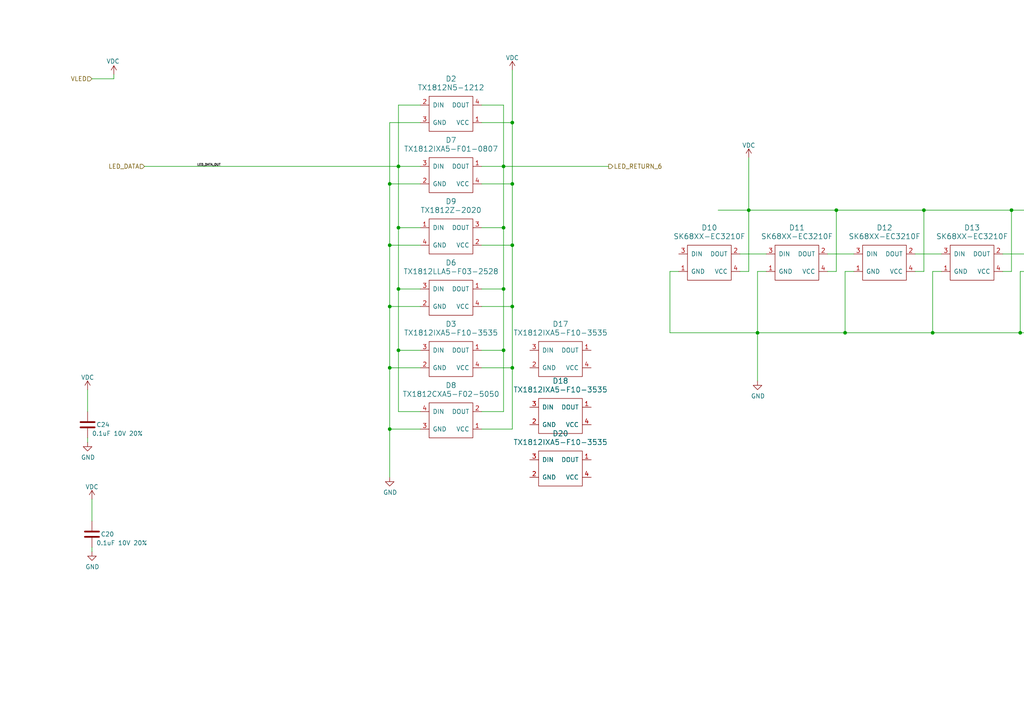
<source format=kicad_sch>
(kicad_sch (version 20231120) (generator "eeschema") (generator_version "8.0")
  (paper "A4")
  (title_block (title "Pixels D6 Schematic, Main") (date "2022-08-26") (rev "3") (company "Systemic Games, LLC") (comment 1 "LED Chain"))
  (lib_symbols
    (symbol "Device:C" (pin_numbers hide) (pin_names (offset 0.254))
      (property "Reference" "C" (at 0.635 2.54 0))
      (property "Value" "C" (at 0.635 -2.54 0))
      (symbol "C_0_1"
        (polyline (pts (xy -2.032 -0.762) (xy 2.032 -0.762)) (stroke (width 0.508)))
        (polyline (pts (xy -2.032 0.762) (xy 2.032 0.762)) (stroke (width 0.508)))
      )
      (symbol "C_1_1"
        (pin passive line (at 0 3.81 270) (length 2.794) (name "~") (number "1"))
        (pin passive line (at 0 -3.81 90) (length 2.794) (name "~") (number "2"))
      )
    )
    (symbol "Pixels-dice:SK68XX-EC3210F" (pin_names (offset 1.016))
      (property "Reference" "D" (at 0 -6.35 0))
      (property "Value" "SK68XX-EC3210F" (at 0 6.35 0))
      (symbol "SK68XX-EC3210F_0_1"
        (rectangle (start -6.35 5.08) (end 6.35 -5.08))
      )
      (symbol "SK68XX-EC3210F_1_1"
        (pin power_in line (at -8.89 -2.54 0) (length 2.54) (name "GND") (number "1"))
        (pin output line (at 8.89 2.54 180) (length 2.54) (name "DOUT") (number "2"))
        (pin input line (at -8.89 2.54 0) (length 2.54) (name "DIN") (number "3"))
        (pin power_in line (at 8.89 -2.54 180) (length 2.54) (name "VCC") (number "4"))
      )
    )
    (symbol "Pixels-dice:TX1812CXA5-F02-5050" (pin_names (offset 1.016))
      (property "Reference" "D" (at 0 -6.35 0))
      (property "Value" "TX1812CXA5-F02-5050" (at 0 6.35 0))
      (symbol "TX1812CXA5-F02-5050_0_1"
        (rectangle (start -6.35 5.08) (end 6.35 -5.08))
      )
      (symbol "TX1812CXA5-F02-5050_1_1"
        (pin power_in line (at 8.89 -2.54 180) (length 2.54) (name "VCC") (number "1"))
        (pin output line (at 8.89 2.54 180) (length 2.54) (name "DOUT") (number "2"))
        (pin power_in line (at -8.89 -2.54 0) (length 2.54) (name "GND") (number "3"))
        (pin input line (at -8.89 2.54 0) (length 2.54) (name "DIN") (number "4"))
      )
    )
    (symbol "Pixels-dice:TX1812IXA5-F01-0807" (pin_names (offset 1.016))
      (property "Reference" "D" (at 0 -6.35 0))
      (property "Value" "TX1812LLA5-F03-2528" (at 0 6.35 0))
      (symbol "TX1812IXA5-F01-0807_0_1"
        (rectangle (start -6.35 5.08) (end 6.35 -5.08))
      )
      (symbol "TX1812IXA5-F01-0807_1_1"
        (pin output line (at 8.89 2.54 180) (length 2.54) (name "DOUT") (number "1"))
        (pin power_in line (at -8.89 -2.54 0) (length 2.54) (name "GND") (number "2"))
        (pin input line (at -8.89 2.54 0) (length 2.54) (name "DIN") (number "3"))
        (pin power_in line (at 8.89 -2.54 180) (length 2.54) (name "VCC") (number "4"))
      )
    )
    (symbol "Pixels-dice:TX1812N5-1212" (pin_names (offset 1.016))
      (property "Reference" "D" (at 0 -6.35 0))
      (property "Value" "TX1812N5-1212" (at 0 6.35 0))
      (symbol "TX1812N5-1212_0_1"
        (rectangle (start -6.35 5.08) (end 6.35 -5.08))
      )
      (symbol "TX1812N5-1212_1_1"
        (pin power_in line (at 8.89 -2.54 180) (length 2.54) (name "VCC") (number "1"))
        (pin input line (at -8.89 2.54 0) (length 2.54) (name "DIN") (number "2"))
        (pin power_in line (at -8.89 -2.54 0) (length 2.54) (name "GND") (number "3"))
        (pin output line (at 8.89 2.54 180) (length 2.54) (name "DOUT") (number "4"))
      )
    )
    (symbol "Pixels-dice:TX1812Z_2020" (pin_names (offset 1.016))
      (property "Reference" "D" (at 0 -6.35 0))
      (property "Value" "TX1812Z-2020" (at 0 6.35 0))
      (symbol "TX1812Z_2020_0_1"
        (rectangle (start -6.35 5.08) (end 6.35 -5.08))
      )
      (symbol "TX1812Z_2020_1_1"
        (pin input line (at -8.89 2.54 0) (length 2.54) (name "DIN") (number "1"))
        (pin power_in line (at 8.89 -2.54 180) (length 2.54) (name "VCC") (number "2"))
        (pin output line (at 8.89 2.54 180) (length 2.54) (name "DOUT") (number "3"))
        (pin power_in line (at -8.89 -2.54 0) (length 2.54) (name "GND") (number "4"))
      )
    )
    (symbol "TX1812IXA5-F01-0807_1" (pin_names (offset 1.016))
      (property "Reference" "D" (at 0 -6.35 0))
      (property "Value" "TX1812IXA5-F10-3535" (at 0 6.35 0))
      (symbol "TX1812IXA5-F01-0807_1_0_1"
        (rectangle (start -6.35 5.08) (end 6.35 -5.08))
      )
      (symbol "TX1812IXA5-F01-0807_1_1_1"
        (pin output line (at 8.89 2.54 180) (length 2.54) (name "DOUT") (number "1"))
        (pin power_in line (at -8.89 -2.54 0) (length 2.54) (name "GND") (number "2"))
        (pin input line (at -8.89 2.54 0) (length 2.54) (name "DIN") (number "3"))
        (pin power_in line (at 8.89 -2.54 180) (length 2.54) (name "VCC") (number "4"))
      )
    )
    (symbol "TX1812IXA5-F01-0807_2" (pin_names (offset 1.016))
      (property "Reference" "D" (at 0 -6.35 0))
      (property "Value" "TX1812IXA5-F01-0807" (at 0 6.35 0))
      (symbol "TX1812IXA5-F01-0807_2_0_1"
        (rectangle (start -6.35 5.08) (end 6.35 -5.08))
      )
      (symbol "TX1812IXA5-F01-0807_2_1_1"
        (pin output line (at 8.89 2.54 180) (length 2.54) (name "DOUT") (number "1"))
        (pin power_in line (at -8.89 -2.54 0) (length 2.54) (name "GND") (number "2"))
        (pin input line (at -8.89 2.54 0) (length 2.54) (name "DIN") (number "3"))
        (pin power_in line (at 8.89 -2.54 180) (length 2.54) (name "VCC") (number "4"))
      )
    )
    (symbol "power:GND" (power) (pin_names (offset 0))
      (property "Value" "GND" (at 0 -3.81 0))
      (symbol "GND_0_1"
        (polyline (pts (xy 0 0) (xy 0 -1.27) (xy 1.27 -1.27) (xy 0 -2.54) (xy -1.27 -1.27) (xy 0 -1.27)))
      )
      (symbol "GND_1_1"
        (pin power_in line (at 0 0 270) (length 0) hide (name "GND") (number "1"))
      )
    )
    (symbol "power:VDC" (power) (pin_names (offset 0))
      (property "Value" "VDC" (at 0 6.35 0))
      (symbol "VDC_0_1"
        (polyline (pts (xy -0.762 1.27) (xy 0 2.54)))
        (polyline (pts (xy 0 0) (xy 0 2.54)))
        (polyline (pts (xy 0 2.54) (xy 0.762 1.27)))
      )
      (symbol "VDC_1_1"
        (pin power_in line (at 0 0 90) (length 0) hide (name "VDC") (number "1"))
      )
    )
  )
  (junction (at 113.03 124.46))
  (junction (at 148.59 35.56))
  (junction (at 113.03 106.68))
  (junction (at 242.57 60.96))
  (junction (at 217.17 60.96))
  (junction (at 148.59 71.12))
  (junction (at 115.57 48.26))
  (junction (at 113.03 71.12))
  (junction (at 295.91 96.52))
  (junction (at 113.03 88.9))
  (junction (at 146.05 83.82))
  (junction (at 245.11 96.52))
  (junction (at 148.59 106.68))
  (junction (at 146.05 101.6))
  (junction (at 115.57 66.04))
  (junction (at 293.37 60.96))
  (junction (at 115.57 101.6))
  (junction (at 148.59 53.34))
  (junction (at 219.71 96.52))
  (junction (at 115.57 83.82))
  (junction (at 270.51 96.52))
  (junction (at 318.77 60.96))
  (junction (at 148.59 88.9))
  (junction (at 146.05 48.26))
  (junction (at 113.03 53.34))
  (junction (at 146.05 66.04))
  (junction (at 267.97 60.96))
  (wire (pts (xy 115.57 66.04) (xy 115.57 83.82)))
  (wire (pts (xy 139.7 53.34) (xy 148.59 53.34)))
  (wire (pts (xy 293.37 78.74) (xy 290.83 78.74)))
  (wire (pts (xy 121.92 30.48) (xy 115.57 30.48)))
  (wire (pts (xy 265.43 73.66) (xy 273.05 73.66)))
  (wire (pts (xy 113.03 71.12) (xy 113.03 88.9)))
  (wire (pts (xy 148.59 124.46) (xy 139.7 124.46)))
  (wire (pts (xy 194.31 96.52) (xy 219.71 96.52)))
  (wire (pts (xy 113.03 106.68) (xy 113.03 124.46)))
  (wire (pts (xy 139.7 30.48) (xy 146.05 30.48)))
  (wire (pts (xy 115.57 83.82) (xy 115.57 101.6)))
  (wire (pts (xy 217.17 60.96) (xy 217.17 45.72)))
  (wire (pts (xy 115.57 48.26) (xy 121.92 48.26)))
  (wire (pts (xy 318.77 60.96) (xy 344.17 60.96)))
  (wire (pts (xy 113.03 88.9) (xy 113.03 106.68)))
  (wire (pts (xy 344.17 78.74) (xy 341.63 78.74)))
  (wire (pts (xy 146.05 66.04) (xy 146.05 83.82)))
  (wire (pts (xy 115.57 83.82) (xy 121.92 83.82)))
  (wire (pts (xy 146.05 83.82) (xy 146.05 101.6)))
  (wire (pts (xy 146.05 48.26) (xy 146.05 66.04)))
  (wire (pts (xy 148.59 106.68) (xy 139.7 106.68)))
  (wire (pts (xy 115.57 48.26) (xy 115.57 66.04)))
  (wire (pts (xy 139.7 88.9) (xy 148.59 88.9)))
  (wire (pts (xy 146.05 101.6) (xy 146.05 119.38)))
  (wire (pts (xy 148.59 71.12) (xy 148.59 88.9)))
  (wire (pts (xy 148.59 35.56) (xy 148.59 20.32)))
  (wire (pts (xy 318.77 78.74) (xy 316.23 78.74)))
  (wire (pts (xy 316.23 73.66) (xy 323.85 73.66)))
  (wire (pts (xy 26.67 158.75) (xy 26.67 160.02)))
  (wire (pts (xy 196.85 78.74) (xy 194.31 78.74)))
  (wire (pts (xy 115.57 101.6) (xy 115.57 119.38)))
  (wire (pts (xy 115.57 101.6) (xy 121.92 101.6)))
  (wire (pts (xy 295.91 96.52) (xy 321.31 96.52)))
  (wire (pts (xy 148.59 71.12) (xy 139.7 71.12)))
  (wire (pts (xy 208.28 60.96) (xy 217.17 60.96)))
  (wire (pts (xy 115.57 30.48) (xy 115.57 48.26)))
  (wire (pts (xy 113.03 88.9) (xy 121.92 88.9)))
  (wire (pts (xy 139.7 35.56) (xy 148.59 35.56)))
  (wire (pts (xy 240.03 73.66) (xy 247.65 73.66)))
  (wire (pts (xy 113.03 124.46) (xy 113.03 138.43)))
  (wire (pts (xy 33.02 22.86) (xy 33.02 21.59)))
  (wire (pts (xy 242.57 78.74) (xy 240.03 78.74)))
  (wire (pts (xy 26.67 151.13) (xy 26.67 144.78)))
  (wire (pts (xy 295.91 96.52) (xy 295.91 78.74)))
  (wire (pts (xy 146.05 119.38) (xy 139.7 119.38)))
  (wire (pts (xy 148.59 106.68) (xy 148.59 124.46)))
  (wire (pts (xy 113.03 35.56) (xy 113.03 53.34)))
  (wire (pts (xy 113.03 124.46) (xy 121.92 124.46)))
  (wire (pts (xy 41.91 48.26) (xy 115.57 48.26)))
  (wire (pts (xy 146.05 48.26) (xy 176.53 48.26)))
  (wire (pts (xy 219.71 78.74) (xy 222.25 78.74)))
  (wire (pts (xy 121.92 53.34) (xy 113.03 53.34)))
  (wire (pts (xy 270.51 96.52) (xy 295.91 96.52)))
  (wire (pts (xy 146.05 101.6) (xy 139.7 101.6)))
  (wire (pts (xy 121.92 35.56) (xy 113.03 35.56)))
  (wire (pts (xy 139.7 48.26) (xy 146.05 48.26)))
  (wire (pts (xy 242.57 60.96) (xy 242.57 78.74)))
  (wire (pts (xy 115.57 119.38) (xy 121.92 119.38)))
  (wire (pts (xy 267.97 60.96) (xy 267.97 78.74)))
  (wire (pts (xy 217.17 78.74) (xy 217.17 60.96)))
  (wire (pts (xy 219.71 96.52) (xy 245.11 96.52)))
  (wire (pts (xy 321.31 78.74) (xy 323.85 78.74)))
  (wire (pts (xy 148.59 53.34) (xy 148.59 71.12)))
  (wire (pts (xy 321.31 96.52) (xy 321.31 78.74)))
  (wire (pts (xy 113.03 106.68) (xy 121.92 106.68)))
  (wire (pts (xy 270.51 96.52) (xy 270.51 78.74)))
  (wire (pts (xy 219.71 96.52) (xy 219.71 110.49)))
  (wire (pts (xy 245.11 96.52) (xy 270.51 96.52)))
  (wire (pts (xy 219.71 78.74) (xy 219.71 96.52)))
  (wire (pts (xy 344.17 60.96) (xy 344.17 78.74)))
  (wire (pts (xy 113.03 71.12) (xy 121.92 71.12)))
  (wire (pts (xy 115.57 66.04) (xy 121.92 66.04)))
  (wire (pts (xy 217.17 60.96) (xy 242.57 60.96)))
  (wire (pts (xy 139.7 83.82) (xy 146.05 83.82)))
  (wire (pts (xy 267.97 60.96) (xy 293.37 60.96)))
  (wire (pts (xy 270.51 78.74) (xy 273.05 78.74)))
  (wire (pts (xy 295.91 78.74) (xy 298.45 78.74)))
  (wire (pts (xy 148.59 88.9) (xy 148.59 106.68)))
  (wire (pts (xy 245.11 78.74) (xy 247.65 78.74)))
  (wire (pts (xy 214.63 78.74) (xy 217.17 78.74)))
  (wire (pts (xy 318.77 60.96) (xy 318.77 78.74)))
  (wire (pts (xy 214.63 73.66) (xy 222.25 73.66)))
  (wire (pts (xy 25.4 119.38) (xy 25.4 113.03)))
  (wire (pts (xy 290.83 73.66) (xy 298.45 73.66)))
  (wire (pts (xy 242.57 60.96) (xy 267.97 60.96)))
  (wire (pts (xy 267.97 78.74) (xy 265.43 78.74)))
  (wire (pts (xy 146.05 66.04) (xy 139.7 66.04)))
  (wire (pts (xy 194.31 78.74) (xy 194.31 96.52)))
  (wire (pts (xy 26.67 22.86) (xy 33.02 22.86)))
  (wire (pts (xy 293.37 60.96) (xy 318.77 60.96)))
  (wire (pts (xy 25.4 127) (xy 25.4 128.27)))
  (wire (pts (xy 113.03 53.34) (xy 113.03 71.12)))
  (wire (pts (xy 293.37 60.96) (xy 293.37 78.74)))
  (wire (pts (xy 245.11 96.52) (xy 245.11 78.74)))
  (wire (pts (xy 146.05 30.48) (xy 146.05 48.26)))
  (wire (pts (xy 148.59 53.34) (xy 148.59 35.56)))
  (label "LED_DATA_OUT" (at 57.15 48.26 0) (effects (font (size 0.635 0.635))))
  (hierarchical_label "LED_RETURN_6" (shape output) (at 176.53 48.26 0))
  (hierarchical_label "LED_DATA" (shape input) (at 41.91 48.26 180))
  (hierarchical_label "VLED" (shape input) (at 26.67 22.86 180))
  (symbol (lib_id "power:VDC") (at 33.02 21.59 0) (unit 1)
    (property "Reference" "#PWR0102" (effects (hide yes)))
    (property "Value" "VDC" (at 32.766 17.78 0))
  )
  (symbol (lib_id "Pixels-dice:TX1812Z_2020") (at 130.81 68.58 0) (unit 1)
    (property "Reference" "D9" (at 130.81 58.42 0) (effects (font (size 1.524 1.524))))
    (property "Value" "TX1812Z-2020" (at 130.81 60.96 0) (effects (font (size 1.524 1.524))))
    (property "Footprint" "Pixels-dice:TX1812Z_2020" (effects (hide yes)))
  )
  (symbol (lib_id "power:VDC") (at 26.67 144.78 0) (unit 1)
    (property "Reference" "#PWR0114" (effects (hide yes)))
    (property "Value" "VDC" (at 26.67 141.224 0))
  )
  (symbol (lib_id "Pixels-dice:SK68XX-EC3210F") (at 281.94 76.2 0) (unit 1)
    (property "Reference" "D13" (at 281.94 66.04 0) (effects (font (size 1.524 1.524))))
    (property "Value" "SK68XX-EC3210F" (at 281.94 68.58 0) (effects (font (size 1.524 1.524))))
    (property "Footprint" "Pixels-dice:SK68XX-EC3210F-TOPMOUNT" (effects (hide yes)))
  )
  (symbol (lib_id "Pixels-dice:SK68XX-EC3210F") (at 332.74 76.2 0) (unit 1)
    (property "Reference" "D16" (at 332.74 66.04 0) (effects (font (size 1.524 1.524))))
    (property "Value" "SK68XX-EC3210F" (at 332.74 68.58 0) (effects (font (size 1.524 1.524))))
    (property "Footprint" "Pixels-dice:SK68XX-EC3210F-TOPMOUNT" (effects (hide yes)))
  )
  (symbol (lib_id "Device:C") (at 26.67 154.94 0) (unit 1)
    (property "Reference" "C20" (at 29.21 154.94 0) (effects (justify left)))
    (property "Value" "0.1uF 10V 20%" (at 27.94 157.48 0) (effects (justify left)))
    (property "Footprint" "Capacitor_SMD:C_0402_1005Metric" (effects (hide yes)))
    (property "Generic OK" "YES" (effects (hide yes)))
    (property "Pixels Part Number" "SMD-C005" (effects (hide yes)))
    (property "Manufacturer" "Murata" (effects (hide yes)))
    (property "Manufacturer Part Number" "GRM155R61H104KE19D" (effects (hide yes)))
  )
  (symbol (lib_id "Pixels-dice:SK68XX-EC3210F") (at 307.34 76.2 0) (unit 1)
    (property "Reference" "D14" (at 307.34 66.04 0) (effects (font (size 1.524 1.524))))
    (property "Value" "SK68XX-EC3210F" (at 307.34 68.58 0) (effects (font (size 1.524 1.524))))
    (property "Footprint" "Pixels-dice:SK68XX-EC3210F-TOPMOUNT" (effects (hide yes)))
  )
  (symbol (lib_id "power:GND") (at 113.03 138.43 0) (unit 1)
    (property "Reference" "#PWR0138" (effects (hide yes)))
    (property "Value" "GND" (at 113.157 142.8242 0))
  )
  (symbol (lib_id "power:VDC") (at 148.59 20.32 0) (unit 1)
    (property "Reference" "#PWR053" (effects (hide yes)))
    (property "Value" "VDC" (at 148.59 16.764 0))
  )
  (symbol (lib_id "power:GND") (at 219.71 110.49 0) (unit 1)
    (property "Reference" "#PWR017" (effects (hide yes)))
    (property "Value" "GND" (at 219.837 114.8842 0))
  )
  (symbol (lib_id "Pixels-dice:TX1812IXA5-F01-0807") (at 130.81 86.36 0) (unit 1)
    (property "Reference" "D6" (at 130.81 76.2 0) (effects (font (size 1.524 1.524))))
    (property "Value" "TX1812LLA5-F03-2528" (at 130.81 78.74 0) (effects (font (size 1.524 1.524))))
    (property "Footprint" "Pixels-dice:TX1812LLA5-F03-2528" (effects (hide yes)))
  )
  (symbol (lib_id "Pixels-dice:SK68XX-EC3210F") (at 231.14 76.2 0) (unit 1)
    (property "Reference" "D11" (at 231.14 66.04 0) (effects (font (size 1.524 1.524))))
    (property "Value" "SK68XX-EC3210F" (at 231.14 68.58 0) (effects (font (size 1.524 1.524))))
    (property "Footprint" "Pixels-dice:SK68XX-EC3210F-TOPMOUNT" (effects (hide yes)))
  )
  (symbol (lib_name "TX1812IXA5-F01-0807_1") (lib_id "Pixels-dice:TX1812IXA5-F01-0807") (at 162.56 135.89 0) (unit 1)
    (property "Reference" "D20" (at 162.56 125.73 0) (effects (font (size 1.524 1.524))))
    (property "Value" "TX1812IXA5-F10-3535" (at 162.56 128.27 0) (effects (font (size 1.524 1.524))))
    (property "Footprint" "Pixels-dice:TX1812EXA5-F10-3535" (effects (hide yes)))
  )
  (symbol (lib_name "TX1812IXA5-F01-0807_1") (lib_id "Pixels-dice:TX1812IXA5-F01-0807") (at 162.56 104.14 0) (unit 1)
    (property "Reference" "D17" (at 162.56 93.98 0) (effects (font (size 1.524 1.524))))
    (property "Value" "TX1812IXA5-F10-3535" (at 162.56 96.52 0) (effects (font (size 1.524 1.524))))
    (property "Footprint" "Pixels-dice:TX1812EXA5-F10-3535" (effects (hide yes)))
  )
  (symbol (lib_id "power:GND") (at 25.4 128.27 0) (unit 1)
    (property "Reference" "#PWR0110" (effects (hide yes)))
    (property "Value" "GND" (at 25.527 132.6642 0))
  )
  (symbol (lib_id "power:VDC") (at 25.4 113.03 0) (unit 1)
    (property "Reference" "#PWR0111" (effects (hide yes)))
    (property "Value" "VDC" (at 25.4 109.474 0))
  )
  (symbol (lib_id "Pixels-dice:SK68XX-EC3210F") (at 256.54 76.2 0) (unit 1)
    (property "Reference" "D12" (at 256.54 66.04 0) (effects (font (size 1.524 1.524))))
    (property "Value" "SK68XX-EC3210F" (at 256.54 68.58 0) (effects (font (size 1.524 1.524))))
    (property "Footprint" "Pixels-dice:SK68XX-EC3210F-TOPMOUNT" (effects (hide yes)))
  )
  (symbol (lib_id "Pixels-dice:TX1812CXA5-F02-5050") (at 130.81 121.92 0) (unit 1)
    (property "Reference" "D8" (at 130.81 111.76 0) (effects (font (size 1.524 1.524))))
    (property "Value" "TX1812CXA5-F02-5050" (at 130.81 114.3 0) (effects (font (size 1.524 1.524))))
    (property "Footprint" "Pixels-dice:TX1812CXA5-F02-5050" (effects (hide yes)))
  )
  (symbol (lib_id "Pixels-dice:SK68XX-EC3210F") (at 205.74 76.2 0) (unit 1)
    (property "Reference" "D10" (at 205.74 66.04 0) (effects (font (size 1.524 1.524))))
    (property "Value" "SK68XX-EC3210F" (at 205.74 68.58 0) (effects (font (size 1.524 1.524))))
    (property "Footprint" "Pixels-dice:SK68XX-EC3210F-TOPMOUNT" (effects (hide yes)))
  )
  (symbol (lib_id "Pixels-dice:TX1812N5-1212") (at 130.81 33.02 0) (unit 1)
    (property "Reference" "D2" (at 130.81 22.86 0) (effects (font (size 1.524 1.524))))
    (property "Value" "TX1812N5-1212" (at 130.81 25.4 0) (effects (font (size 1.524 1.524))))
    (property "Footprint" "Pixels-dice:TX1812N5-1212" (effects (hide yes)))
  )
  (symbol (lib_id "power:GND") (at 26.67 160.02 0) (unit 1)
    (property "Reference" "#PWR0109" (effects (hide yes)))
    (property "Value" "GND" (at 26.797 164.4142 0))
  )
  (symbol (lib_name "TX1812IXA5-F01-0807_1") (lib_id "Pixels-dice:TX1812IXA5-F01-0807") (at 162.56 120.65 0) (unit 1)
    (property "Reference" "D18" (at 162.56 110.49 0) (effects (font (size 1.524 1.524))))
    (property "Value" "TX1812IXA5-F10-3535" (at 162.56 113.03 0) (effects (font (size 1.524 1.524))))
    (property "Footprint" "Pixels-dice:TX1812EXA5-F10-3535" (effects (hide yes)))
  )
  (symbol (lib_name "TX1812IXA5-F01-0807_1") (lib_id "Pixels-dice:TX1812IXA5-F01-0807") (at 130.81 104.14 0) (unit 1)
    (property "Reference" "D3" (at 130.81 93.98 0) (effects (font (size 1.524 1.524))))
    (property "Value" "TX1812IXA5-F10-3535" (at 130.81 96.52 0) (effects (font (size 1.524 1.524))))
    (property "Footprint" "Pixels-dice:TX1812EXA5-F10-3535" (effects (hide yes)))
  )
  (symbol (lib_id "power:VDC") (at 217.17 45.72 0) (unit 1)
    (property "Reference" "#PWR012" (effects (hide yes)))
    (property "Value" "VDC" (at 217.17 42.164 0))
  )
  (symbol (lib_id "Device:C") (at 25.4 123.19 0) (unit 1)
    (property "Reference" "C24" (at 27.94 123.19 0) (effects (justify left)))
    (property "Value" "0.1uF 10V 20%" (at 26.67 125.73 0) (effects (justify left)))
    (property "Footprint" "Capacitor_SMD:C_0402_1005Metric" (effects (hide yes)))
    (property "Generic OK" "YES" (effects (hide yes)))
    (property "Pixels Part Number" "SMD-C005" (effects (hide yes)))
    (property "Manufacturer" "Murata" (effects (hide yes)))
    (property "Manufacturer Part Number" "GRM155R61H104KE19D" (effects (hide yes)))
  )
  (symbol (lib_name "TX1812IXA5-F01-0807_2") (lib_id "Pixels-dice:TX1812IXA5-F01-0807") (at 130.81 50.8 0) (unit 1)
    (property "Reference" "D7" (at 130.81 40.64 0) (effects (font (size 1.524 1.524))))
    (property "Value" "TX1812IXA5-F01-0807" (at 130.81 43.18 0) (effects (font (size 1.524 1.524))))
    (property "Footprint" "Pixels-dice:TX1812IXA5-F01-0807" (effects (hide yes)))
  )
)
</source>
